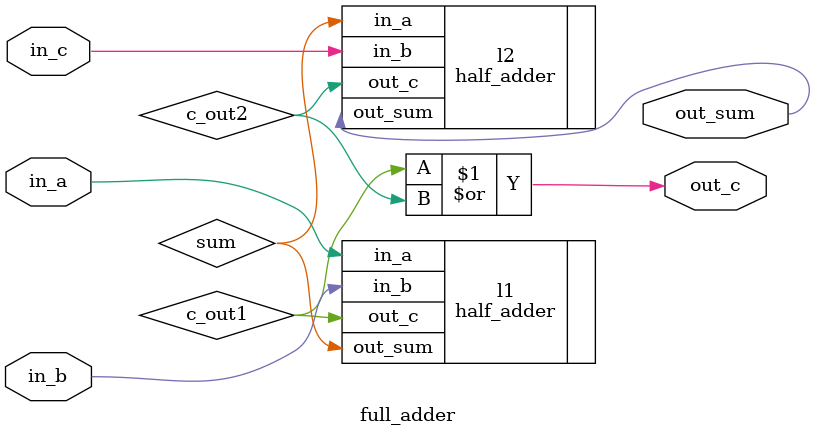
<source format=v>
`timescale 1ns / 1ps
module full_adder(out_c, in_c, out_sum, in_a, in_b);
output out_c, out_sum;
input in_c, in_a, in_b;
wire sum, c_out1, c_out2;

	half_adder l1(.out_c(c_out1),
					  .out_sum(sum),
					  .in_a(in_a),
					  .in_b(in_b)
					  );
					  
	half_adder l2(.out_c(c_out2),
					  .out_sum(out_sum),
					  .in_a(sum),
					  .in_b(in_c)
					  );

	or l3 (out_c, c_out1, c_out2);

endmodule

</source>
